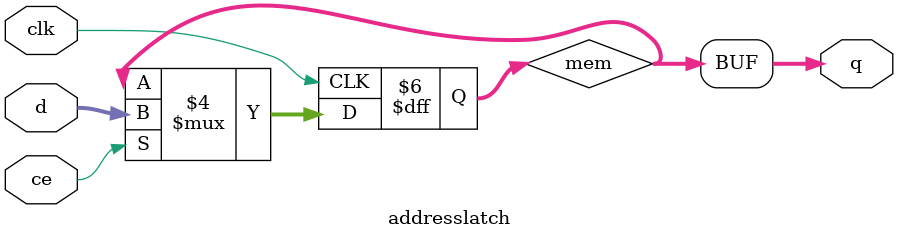
<source format=v>
module addresslatch
#(parameter width = 8)
(
input clk,
input [width-1:0]d,
input ce, 
output [width-1:0]q
);
	reg [width-1:0] mem;
	assign q = mem;

	always @(posedge clk) begin
		if (ce == 1) mem = d;
	end
endmodule

</source>
